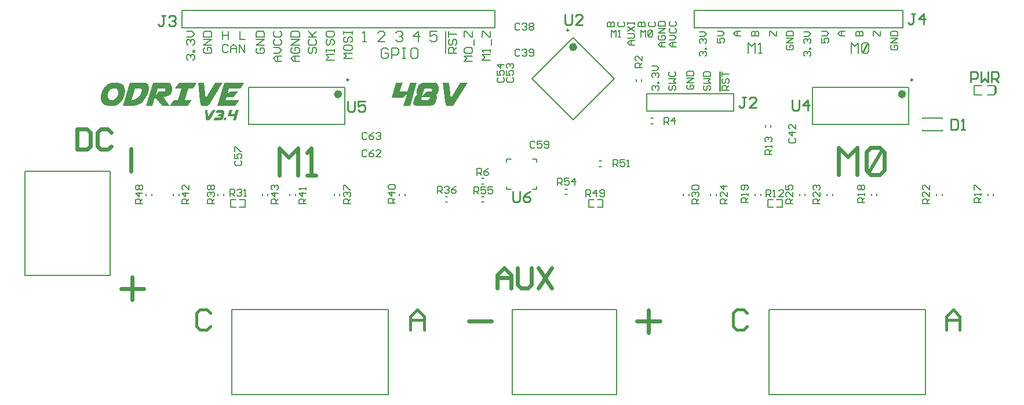
<source format=gbr>
%TF.GenerationSoftware,Altium Limited,Altium Designer,18.1.7 (191)*%
G04 Layer_Color=65535*
%FSLAX25Y25*%
%MOIN*%
%TF.FileFunction,Legend,Top*%
%TF.Part,Single*%
G01*
G75*
%TA.AperFunction,NonConductor*%
%ADD71C,0.00394*%
%ADD72C,0.00984*%
%ADD73C,0.02362*%
%ADD74C,0.00500*%
%ADD75C,0.00787*%
%ADD76C,0.01000*%
%ADD77C,0.00600*%
%ADD78C,0.01968*%
%ADD79C,0.00598*%
%ADD116C,0.00800*%
%ADD117C,0.01575*%
G36*
X82518Y143280D02*
X82428Y143160D01*
X82323Y143025D01*
X82293Y142965D01*
X82248Y142920D01*
X82233Y142890D01*
X82218Y142875D01*
X82083Y142679D01*
X81962Y142514D01*
X81902Y142454D01*
X81857Y142394D01*
X81842Y142364D01*
X81827Y142349D01*
X81677Y142168D01*
X81542Y142033D01*
X81436Y141943D01*
X81421Y141928D01*
X81406Y141913D01*
X81331Y141852D01*
X81256Y141807D01*
X81151Y141762D01*
X81076Y141732D01*
X77739D01*
X77664Y141747D01*
X77589Y141777D01*
X77468Y141868D01*
X77393Y141958D01*
X77363Y141988D01*
Y142003D01*
X77258Y142228D01*
X77168Y142439D01*
X77123Y142529D01*
X77108Y142604D01*
X77078Y142649D01*
Y142664D01*
X77002Y142965D01*
X76957Y143115D01*
X76942Y143235D01*
X76912Y143341D01*
X76897Y143431D01*
X76882Y143491D01*
Y143506D01*
X76852Y143671D01*
X76822Y143822D01*
X76807Y143942D01*
X76777Y144047D01*
X76762Y144137D01*
X76747Y144197D01*
X76732Y144242D01*
Y144257D01*
X75515Y154989D01*
X78986D01*
X79948Y146061D01*
X85494Y154989D01*
X89628D01*
X82518Y143280D01*
D02*
G37*
G36*
X74628Y154853D02*
X74553Y154703D01*
X74477Y154553D01*
X74387Y154403D01*
X74327Y154267D01*
X74267Y154162D01*
X74222Y154102D01*
X74207Y154072D01*
X73966Y153666D01*
X73846Y153471D01*
X73741Y153305D01*
X73651Y153170D01*
X73576Y153050D01*
X73531Y152990D01*
X73515Y152960D01*
X73380Y152764D01*
X73245Y152569D01*
X73125Y152419D01*
X73004Y152268D01*
X72914Y152163D01*
X72839Y152073D01*
X72794Y152013D01*
X72779Y151998D01*
X72659Y151863D01*
X72553Y151772D01*
X72463Y151697D01*
X72403Y151652D01*
X72343Y151622D01*
X72313Y151607D01*
X69908D01*
X68000Y145099D01*
X71802D01*
X71742Y144964D01*
X71667Y144813D01*
X71592Y144663D01*
X71501Y144513D01*
X71441Y144378D01*
X71381Y144272D01*
X71336Y144212D01*
X71321Y144182D01*
X71081Y143776D01*
X70960Y143581D01*
X70855Y143416D01*
X70765Y143280D01*
X70690Y143160D01*
X70645Y143100D01*
X70630Y143070D01*
X70494Y142875D01*
X70359Y142694D01*
X70239Y142529D01*
X70119Y142394D01*
X70029Y142273D01*
X69953Y142198D01*
X69908Y142138D01*
X69893Y142123D01*
X69773Y141988D01*
X69668Y141898D01*
X69578Y141823D01*
X69517Y141777D01*
X69457Y141747D01*
X69427Y141732D01*
X59447D01*
D01*
X55149D01*
X51046Y146482D01*
X50820Y146286D01*
X49498Y141732D01*
X45635Y141732D01*
X49513Y154989D01*
X58455D01*
X58696Y154974D01*
X58906Y154929D01*
X59102Y154868D01*
X59252Y154808D01*
X59387Y154733D01*
X59477Y154673D01*
X59538Y154628D01*
X59553Y154613D01*
X59703Y154463D01*
X59838Y154297D01*
X59943Y154147D01*
X60049Y153997D01*
X60109Y153861D01*
X60169Y153756D01*
X60199Y153681D01*
X60214Y153651D01*
X60304Y153441D01*
X60379Y153215D01*
X60439Y153005D01*
X60484Y152809D01*
X60514Y152644D01*
X60545Y152524D01*
X60560Y152434D01*
Y152419D01*
Y152404D01*
X60590Y152163D01*
X60620Y151938D01*
X60635Y151712D01*
Y151532D01*
X60650Y151382D01*
Y151261D01*
Y151186D01*
Y151156D01*
X60635Y150705D01*
X60575Y150284D01*
X60500Y149924D01*
X60409Y149623D01*
X60349Y149503D01*
X60304Y149383D01*
X60274Y149277D01*
X60229Y149202D01*
X60199Y149142D01*
X60169Y149097D01*
X60154Y149067D01*
Y149052D01*
X59958Y148751D01*
X59748Y148496D01*
X59538Y148270D01*
X59342Y148075D01*
X59162Y147925D01*
X59026Y147819D01*
X58921Y147759D01*
X58906Y147729D01*
X58891D01*
X58606Y147564D01*
X58305Y147414D01*
X58020Y147293D01*
X57764Y147203D01*
X57554Y147128D01*
X57463Y147098D01*
X57373Y147083D01*
X57313Y147068D01*
X57268Y147053D01*
X57238Y147038D01*
X57223D01*
X56892Y146963D01*
X56577Y146903D01*
X56291Y146858D01*
X56036Y146812D01*
X55825Y146782D01*
X55660Y146767D01*
X55600D01*
X55555Y146752D01*
X55525D01*
X59399Y141794D01*
X59402Y141807D01*
X59447Y141883D01*
X59553Y142063D01*
X59598Y142153D01*
X59643Y142228D01*
X59673Y142288D01*
X59688Y142303D01*
X59913Y142649D01*
X60018Y142815D01*
X60124Y142965D01*
X60214Y143100D01*
X60289Y143205D01*
X60334Y143265D01*
X60349Y143295D01*
X60484Y143506D01*
X60620Y143701D01*
X60755Y143882D01*
X60860Y144032D01*
X60965Y144167D01*
X61041Y144272D01*
X61086Y144333D01*
X61101Y144362D01*
X61236Y144543D01*
X61371Y144693D01*
X61492Y144813D01*
X61582Y144919D01*
X61672Y144994D01*
X61732Y145054D01*
X61762Y145084D01*
X61777Y145099D01*
X64167D01*
X66076Y151607D01*
X62303D01*
Y151637D01*
X62318Y151697D01*
X62348Y151772D01*
X62438Y151953D01*
X62498Y152028D01*
X62529Y152103D01*
X62559Y152163D01*
X62574Y152178D01*
X62784Y152524D01*
X62904Y152689D01*
X62994Y152855D01*
X63085Y152990D01*
X63160Y153095D01*
X63205Y153155D01*
X63220Y153185D01*
X63355Y153396D01*
X63506Y153591D01*
X63626Y153771D01*
X63746Y153922D01*
X63836Y154057D01*
X63926Y154162D01*
X63971Y154222D01*
X63986Y154252D01*
X64122Y154433D01*
X64257Y154583D01*
X64362Y154703D01*
X64467Y154808D01*
X64543Y154884D01*
X64603Y154944D01*
X64633Y154974D01*
X64648Y154989D01*
X74688D01*
X74628Y154853D01*
D02*
G37*
G36*
X101892D02*
X101817Y154703D01*
X101742Y154553D01*
X101652Y154403D01*
X101592Y154267D01*
X101531Y154162D01*
X101486Y154102D01*
X101471Y154072D01*
X101231Y153666D01*
X101111Y153471D01*
X101005Y153305D01*
X100915Y153170D01*
X100840Y153050D01*
X100795Y152990D01*
X100780Y152960D01*
X100645Y152764D01*
X100509Y152569D01*
X100389Y152419D01*
X100284Y152268D01*
X100194Y152163D01*
X100119Y152073D01*
X100074Y152013D01*
X100058Y151998D01*
X99938Y151863D01*
X99833Y151772D01*
X99743Y151697D01*
X99683Y151652D01*
X99623Y151622D01*
X99593Y151607D01*
X93370D01*
X92243Y147684D01*
X94152Y149984D01*
X98781D01*
X95910Y146602D01*
X91927D01*
X91476Y145099D01*
X99157D01*
X99127Y145054D01*
X99097Y144979D01*
X99067Y144919D01*
X99051Y144904D01*
Y144889D01*
X98991Y144768D01*
X98946Y144648D01*
X98901Y144573D01*
X98886Y144558D01*
Y144543D01*
X98826Y144423D01*
X98781Y144317D01*
X98751Y144257D01*
X98736Y144227D01*
X98691Y144137D01*
X98661Y144077D01*
X98631Y144062D01*
Y144047D01*
X98480Y143806D01*
X98315Y143581D01*
X98240Y143491D01*
X98195Y143416D01*
X98150Y143356D01*
X98135Y143341D01*
X97909Y143055D01*
X97819Y142935D01*
X97729Y142815D01*
X97639Y142724D01*
X97579Y142649D01*
X97548Y142604D01*
X97533Y142589D01*
X97323Y142349D01*
X97233Y142243D01*
X97158Y142153D01*
X97097Y142078D01*
X97052Y142018D01*
X97022Y141988D01*
X97007Y141973D01*
X96932Y141898D01*
X96872Y141838D01*
X96827Y141792D01*
X96797Y141762D01*
X96767Y141732D01*
X86667D01*
X90544Y154989D01*
X101952D01*
X101892Y154853D01*
D02*
G37*
G36*
X45259Y154974D02*
X45364Y154959D01*
X45469Y154944D01*
X45725Y154884D01*
X46011Y154793D01*
X46296Y154643D01*
X46431Y154553D01*
X46567Y154433D01*
X46687Y154312D01*
X46792Y154162D01*
Y154147D01*
X46822Y154132D01*
X46837Y154072D01*
X46882Y154012D01*
X46912Y153937D01*
X46957Y153831D01*
X47018Y153726D01*
X47063Y153591D01*
X47168Y153290D01*
X47243Y152930D01*
X47303Y152509D01*
X47333Y152058D01*
Y152043D01*
Y152013D01*
Y151968D01*
Y151893D01*
X47318Y151802D01*
Y151682D01*
X47303Y151562D01*
Y151427D01*
X47258Y151111D01*
X47213Y150750D01*
X47138Y150359D01*
X47033Y149939D01*
Y149924D01*
X47018Y149894D01*
X47003Y149833D01*
X46973Y149743D01*
X46942Y149653D01*
X46912Y149533D01*
X46852Y149398D01*
X46807Y149247D01*
X46672Y148917D01*
X46522Y148541D01*
X46326Y148150D01*
X46116Y147759D01*
X46101Y147744D01*
X46086Y147684D01*
X46041Y147609D01*
X45981Y147489D01*
X45905Y147353D01*
X45815Y147188D01*
X45710Y147008D01*
X45590Y146812D01*
X45334Y146377D01*
X45049Y145911D01*
X44748Y145445D01*
X44417Y144994D01*
X44402Y144979D01*
X44372Y144949D01*
X44327Y144889D01*
X44267Y144798D01*
X44192Y144708D01*
X44087Y144588D01*
X43861Y144333D01*
X43576Y144032D01*
X43260Y143716D01*
X42899Y143401D01*
X42524Y143115D01*
X42509Y143100D01*
X42478Y143085D01*
X42418Y143040D01*
X42343Y142995D01*
X42253Y142935D01*
X42133Y142875D01*
X41998Y142799D01*
X41862Y142709D01*
X41517Y142544D01*
X41141Y142364D01*
X40705Y142198D01*
X40254Y142063D01*
X40239D01*
X40194Y142048D01*
X40134Y142033D01*
X40044Y142018D01*
X39923Y141988D01*
X39788Y141958D01*
X39623Y141928D01*
X39443Y141898D01*
X39247Y141868D01*
X39037Y141838D01*
X38811Y141807D01*
X38556Y141777D01*
X38045Y141747D01*
X37473Y141732D01*
X32469D01*
X36346Y154989D01*
X45184D01*
X45259Y154974D01*
D02*
G37*
G36*
X29072D02*
X29478Y154944D01*
X29868Y154899D01*
X30229Y154823D01*
X30545Y154748D01*
X30845Y154658D01*
X31116Y154568D01*
X31371Y154478D01*
X31582Y154373D01*
X31762Y154282D01*
X31927Y154192D01*
X32063Y154117D01*
X32153Y154042D01*
X32228Y153997D01*
X32273Y153967D01*
X32288Y153952D01*
X32514Y153741D01*
X32694Y153501D01*
X32874Y153245D01*
X33010Y152975D01*
X33130Y152689D01*
X33235Y152404D01*
X33310Y152118D01*
X33385Y151848D01*
X33430Y151577D01*
X33476Y151321D01*
X33491Y151096D01*
X33521Y150901D01*
Y150735D01*
X33536Y150615D01*
Y150540D01*
Y150510D01*
Y150224D01*
X33521Y150104D01*
Y149984D01*
Y149879D01*
X33506Y149803D01*
Y149743D01*
Y149728D01*
X33491Y149428D01*
X33476Y149292D01*
Y149172D01*
X33461Y149067D01*
Y148977D01*
X33446Y148917D01*
Y148902D01*
X33355Y148361D01*
X33235Y147850D01*
X33100Y147369D01*
X33025Y147158D01*
X32965Y146963D01*
X32889Y146782D01*
X32829Y146617D01*
X32784Y146467D01*
X32739Y146346D01*
X32694Y146256D01*
X32664Y146181D01*
X32634Y146136D01*
Y146121D01*
X32408Y145655D01*
X32153Y145219D01*
X31912Y144828D01*
X31792Y144663D01*
X31672Y144498D01*
X31567Y144362D01*
X31462Y144227D01*
X31371Y144122D01*
X31296Y144032D01*
X31236Y143957D01*
X31191Y143897D01*
X31161Y143867D01*
X31146Y143851D01*
X30800Y143506D01*
X30470Y143205D01*
X30124Y142935D01*
X29823Y142709D01*
X29553Y142529D01*
X29447Y142469D01*
X29342Y142409D01*
X29267Y142364D01*
X29207Y142333D01*
X29177Y142303D01*
X29162D01*
X28741Y142108D01*
X28335Y141973D01*
X27959Y141868D01*
X27599Y141807D01*
X27448Y141777D01*
X27298Y141762D01*
X27178Y141747D01*
X27073D01*
X26983Y141732D01*
X24863D01*
X24458Y141747D01*
X24082Y141762D01*
X23721Y141792D01*
X23420Y141838D01*
X23285Y141852D01*
X23180Y141883D01*
X23075Y141898D01*
X22985Y141913D01*
X22909Y141928D01*
X22864D01*
X22834Y141943D01*
X22819D01*
X22489Y142048D01*
X22173Y142153D01*
X21902Y142288D01*
X21662Y142409D01*
X21467Y142529D01*
X21316Y142619D01*
X21226Y142679D01*
X21211Y142709D01*
X21196D01*
X20956Y142935D01*
X20730Y143160D01*
X20550Y143416D01*
X20399Y143641D01*
X20279Y143851D01*
X20189Y144017D01*
X20159Y144077D01*
X20129Y144122D01*
X20114Y144152D01*
Y144167D01*
X19979Y144543D01*
X19888Y144934D01*
X19813Y145325D01*
X19768Y145685D01*
X19753Y145865D01*
X19738Y146016D01*
Y146151D01*
X19723Y146271D01*
Y146377D01*
Y146452D01*
Y146497D01*
Y146512D01*
Y146737D01*
X19738Y146933D01*
Y147008D01*
X19753Y147068D01*
Y147113D01*
Y147128D01*
X19783Y147369D01*
Y147489D01*
X19798Y147594D01*
X19813Y147684D01*
X19828Y147744D01*
Y147789D01*
Y147804D01*
X19904Y148315D01*
X20009Y148811D01*
X20129Y149277D01*
X20189Y149488D01*
X20249Y149683D01*
X20309Y149864D01*
X20369Y150029D01*
X20429Y150164D01*
X20475Y150284D01*
X20505Y150374D01*
X20535Y150450D01*
X20565Y150495D01*
Y150510D01*
X20790Y150991D01*
X21031Y151412D01*
X21271Y151802D01*
X21391Y151983D01*
X21497Y152148D01*
X21602Y152283D01*
X21692Y152419D01*
X21782Y152524D01*
X21857Y152629D01*
X21917Y152689D01*
X21963Y152749D01*
X21978Y152779D01*
X21993Y152794D01*
X22323Y153155D01*
X22654Y153456D01*
X22970Y153741D01*
X23255Y153967D01*
X23511Y154147D01*
X23616Y154222D01*
X23706Y154282D01*
X23781Y154327D01*
X23841Y154358D01*
X23871Y154387D01*
X23886D01*
X24277Y154583D01*
X24653Y154733D01*
X25014Y154838D01*
X25329Y154914D01*
X25480Y154944D01*
X25600Y154959D01*
X25720Y154974D01*
X25810D01*
X25885Y154989D01*
X28636D01*
X29072Y154974D01*
D02*
G37*
G36*
X97305Y133465D02*
X95619D01*
X96557Y136672D01*
X95652Y135538D01*
X92680D01*
X93763Y139251D01*
X95422D01*
X94766Y137013D01*
X96656D01*
X97312Y139251D01*
X98984D01*
X97305Y133465D01*
D02*
G37*
G36*
X82585Y134140D02*
X82545Y134088D01*
X82499Y134029D01*
X82486Y134002D01*
X82466Y133983D01*
X82460Y133970D01*
X82453Y133963D01*
X82394Y133878D01*
X82342Y133806D01*
X82316Y133779D01*
X82296Y133753D01*
X82289Y133740D01*
X82283Y133733D01*
X82217Y133655D01*
X82158Y133596D01*
X82112Y133556D01*
X82106Y133550D01*
X82099Y133543D01*
X82066Y133517D01*
X82033Y133497D01*
X81988Y133478D01*
X81955Y133465D01*
X80498D01*
X80466Y133471D01*
X80433Y133484D01*
X80380Y133524D01*
X80348Y133563D01*
X80334Y133576D01*
Y133583D01*
X80288Y133681D01*
X80249Y133773D01*
X80230Y133812D01*
X80223Y133845D01*
X80210Y133865D01*
Y133871D01*
X80177Y134002D01*
X80157Y134068D01*
X80151Y134121D01*
X80138Y134167D01*
X80131Y134206D01*
X80124Y134232D01*
Y134239D01*
X80111Y134311D01*
X80098Y134376D01*
X80092Y134429D01*
X80079Y134475D01*
X80072Y134514D01*
X80066Y134540D01*
X80059Y134560D01*
Y134567D01*
X79528Y139251D01*
X81043D01*
X81463Y135354D01*
X83883Y139251D01*
X85687D01*
X82585Y134140D01*
D02*
G37*
G36*
X91454Y134993D02*
X91526Y134973D01*
X91585Y134954D01*
X91637Y134927D01*
X91677Y134895D01*
X91710Y134875D01*
X91723Y134855D01*
X91729Y134849D01*
X91768Y134790D01*
X91801Y134731D01*
X91821Y134672D01*
X91841Y134613D01*
X91847Y134567D01*
X91854Y134527D01*
Y134494D01*
Y134488D01*
X91847Y134416D01*
X91841Y134344D01*
X91821Y134278D01*
X91801Y134212D01*
X91782Y134160D01*
X91768Y134114D01*
X91755Y134088D01*
X91749Y134075D01*
X91710Y133989D01*
X91664Y133917D01*
X91618Y133852D01*
X91565Y133793D01*
X91526Y133747D01*
X91493Y133707D01*
X91467Y133688D01*
X91460Y133681D01*
X91368Y133616D01*
X91290Y133563D01*
X91257Y133550D01*
X91231Y133537D01*
X91211Y133524D01*
X91204D01*
X91106Y133491D01*
X91014Y133471D01*
X90981D01*
X90955Y133465D01*
X90929D01*
X90850Y133471D01*
X90778Y133484D01*
X90712Y133510D01*
X90660Y133537D01*
X90620Y133556D01*
X90594Y133583D01*
X90575Y133596D01*
X90568Y133602D01*
X90529Y133661D01*
X90496Y133720D01*
X90476Y133786D01*
X90456Y133845D01*
X90450Y133897D01*
X90443Y133937D01*
Y133963D01*
Y133976D01*
X90450Y134081D01*
X90456Y134121D01*
X90463Y134160D01*
Y134186D01*
X90470Y134206D01*
X90476Y134219D01*
Y134225D01*
X90522Y134337D01*
X90581Y134442D01*
X90640Y134534D01*
X90699Y134619D01*
X90752Y134678D01*
X90798Y134731D01*
X90824Y134757D01*
X90837Y134770D01*
X90935Y134849D01*
X91027Y134901D01*
X91119Y134941D01*
X91204Y134973D01*
X91270Y134986D01*
X91329Y134993D01*
X91362Y135000D01*
X91375D01*
X91454Y134993D01*
D02*
G37*
G36*
X90030Y139244D02*
X90102Y139224D01*
X90168Y139198D01*
X90227Y139165D01*
X90273Y139132D01*
X90312Y139106D01*
X90332Y139086D01*
X90338Y139080D01*
X90398Y139014D01*
X90450Y138942D01*
X90496Y138870D01*
X90535Y138804D01*
X90568Y138745D01*
X90588Y138699D01*
X90601Y138673D01*
X90607Y138660D01*
X90680Y138476D01*
X90706Y138391D01*
X90725Y138312D01*
X90745Y138240D01*
X90758Y138188D01*
X90765Y138155D01*
Y138142D01*
X90785Y138043D01*
X90798Y137945D01*
X90804Y137866D01*
X90811Y137788D01*
X90817Y137729D01*
Y137683D01*
Y137656D01*
Y137643D01*
Y137624D01*
X90811Y137466D01*
X90798Y137394D01*
X90791Y137335D01*
X90778Y137276D01*
X90765Y137237D01*
X90758Y137210D01*
Y137197D01*
X90712Y137046D01*
X90686Y136981D01*
X90660Y136922D01*
X90640Y136869D01*
X90620Y136830D01*
X90614Y136804D01*
X90607Y136797D01*
X90575Y136731D01*
X90535Y136666D01*
X90496Y136607D01*
X90463Y136561D01*
X90437Y136521D01*
X90411Y136489D01*
X90398Y136469D01*
X90391Y136462D01*
X90345Y136417D01*
X90306Y136371D01*
X90266Y136338D01*
X90227Y136312D01*
X90201Y136285D01*
X90174Y136272D01*
X90161Y136266D01*
X90155Y136259D01*
X90188Y136187D01*
X90227Y136121D01*
X90247Y136089D01*
X90260Y136069D01*
X90266Y136056D01*
X90273Y136049D01*
X90299Y136003D01*
X90325Y135944D01*
X90352Y135833D01*
X90365Y135787D01*
X90371Y135748D01*
Y135721D01*
Y135708D01*
X90365Y135590D01*
X90358Y135531D01*
X90352Y135472D01*
X90338Y135426D01*
X90332Y135387D01*
X90325Y135360D01*
Y135354D01*
X90312Y135282D01*
X90293Y135216D01*
X90279Y135157D01*
X90260Y135111D01*
X90247Y135072D01*
X90240Y135039D01*
X90227Y135019D01*
Y135013D01*
X90194Y134895D01*
X90148Y134757D01*
X90102Y134626D01*
X90056Y134514D01*
X90017Y134416D01*
X89984Y134337D01*
X89958Y134285D01*
X89945Y134245D01*
X89938Y134232D01*
X89886Y134134D01*
X89833Y134048D01*
X89781Y133976D01*
X89728Y133911D01*
X89682Y133858D01*
X89643Y133825D01*
X89617Y133799D01*
X89610Y133793D01*
X89532Y133733D01*
X89440Y133681D01*
X89354Y133642D01*
X89269Y133602D01*
X89197Y133576D01*
X89138Y133556D01*
X89099Y133550D01*
X89092Y133543D01*
X89086D01*
X88961Y133517D01*
X88823Y133497D01*
X88679Y133484D01*
X88548Y133478D01*
X88429Y133471D01*
X88384Y133465D01*
X84395D01*
X84480Y133616D01*
X84559Y133760D01*
X84631Y133897D01*
X84697Y134016D01*
X84749Y134114D01*
X84776Y134153D01*
X84795Y134186D01*
X84808Y134212D01*
X84821Y134232D01*
X84828Y134245D01*
Y134252D01*
X84907Y134389D01*
X84992Y134521D01*
X85071Y134639D01*
X85143Y134744D01*
X85202Y134829D01*
X85248Y134895D01*
X85268Y134914D01*
X85281Y134934D01*
X85294Y134941D01*
Y134947D01*
X88141D01*
X88147Y134954D01*
X88167Y134960D01*
X88180Y134967D01*
X88187Y134973D01*
X88220Y134993D01*
X88252Y135019D01*
X88279Y135032D01*
X88285Y135039D01*
X88324Y135065D01*
X88357Y135091D01*
X88377Y135111D01*
X88384Y135118D01*
X88416Y135144D01*
X88443Y135170D01*
X88456Y135183D01*
X88462Y135190D01*
Y135196D01*
X88469Y135203D01*
X88475Y135210D01*
X88495Y135236D01*
X88502Y135242D01*
X88515Y135295D01*
X88528Y135328D01*
X88534Y135360D01*
X88541Y135393D01*
Y135406D01*
X88548Y135465D01*
Y135511D01*
Y135544D01*
Y135557D01*
X86186D01*
X87531Y137033D01*
X88928D01*
X88935Y137040D01*
X88948Y137059D01*
X88954Y137073D01*
X88961Y137079D01*
X88987Y137118D01*
X89007Y137158D01*
X89020Y137184D01*
X89026Y137197D01*
X89053Y137243D01*
X89072Y137283D01*
X89086Y137309D01*
X89092Y137322D01*
X89112Y137361D01*
X89125Y137387D01*
X89138Y137407D01*
Y137414D01*
X89158Y137473D01*
X89144Y137486D01*
X89138Y137499D01*
Y137512D01*
Y137525D01*
X89112Y137571D01*
X89086Y137617D01*
X89059Y137656D01*
X89046Y137663D01*
Y137670D01*
X89026Y137702D01*
X89007Y137729D01*
X88994Y137742D01*
X88981Y137755D01*
X88967Y137768D01*
X85694D01*
X85766Y137912D01*
X85838Y138043D01*
X85904Y138175D01*
X85963Y138286D01*
X86015Y138385D01*
X86042Y138424D01*
X86061Y138457D01*
X86074Y138483D01*
X86088Y138503D01*
X86094Y138516D01*
Y138522D01*
X86179Y138660D01*
X86265Y138798D01*
X86343Y138923D01*
X86416Y139027D01*
X86481Y139119D01*
X86534Y139191D01*
X86553Y139218D01*
X86566Y139237D01*
X86580Y139244D01*
Y139251D01*
X89945D01*
X90030Y139244D01*
D02*
G37*
G36*
X197589Y141732D02*
X193726D01*
X195876Y149082D01*
X193801Y146482D01*
X186993D01*
X189473Y154989D01*
X193275D01*
X191772Y149864D01*
X196101D01*
X197604Y154989D01*
X201437D01*
X197589Y141732D01*
D02*
G37*
G36*
X223441Y143280D02*
X223350Y143160D01*
X223245Y143025D01*
X223215Y142965D01*
X223170Y142920D01*
X223155Y142890D01*
X223140Y142875D01*
X223005Y142679D01*
X222884Y142514D01*
X222824Y142454D01*
X222779Y142394D01*
X222764Y142364D01*
X222749Y142349D01*
X222599Y142168D01*
X222464Y142033D01*
X222358Y141943D01*
X222343Y141928D01*
X222328Y141913D01*
X222253Y141852D01*
X222178Y141807D01*
X222073Y141762D01*
X221998Y141732D01*
X218661D01*
X218586Y141747D01*
X218511Y141777D01*
X218390Y141868D01*
X218315Y141958D01*
X218285Y141988D01*
Y142003D01*
X218180Y142228D01*
X218090Y142439D01*
X218045Y142529D01*
X218030Y142604D01*
X218000Y142649D01*
Y142664D01*
X217925Y142965D01*
X217880Y143115D01*
X217864Y143235D01*
X217834Y143341D01*
X217819Y143431D01*
X217804Y143491D01*
Y143506D01*
X217774Y143671D01*
X217744Y143822D01*
X217729Y143942D01*
X217699Y144047D01*
X217684Y144137D01*
X217669Y144197D01*
X217654Y144242D01*
Y144257D01*
X216437Y154989D01*
X219908D01*
X220870Y146061D01*
X226416Y154989D01*
X230550D01*
X223441Y143280D01*
D02*
G37*
G36*
X212198Y154974D02*
X212364Y154929D01*
X212514Y154868D01*
X212649Y154808D01*
X212754Y154748D01*
X212844Y154688D01*
X212890Y154643D01*
X212905Y154628D01*
X213040Y154493D01*
X213160Y154342D01*
X213265Y154207D01*
X213355Y154072D01*
X213431Y153952D01*
X213476Y153861D01*
X213506Y153801D01*
X213521Y153771D01*
X213686Y153381D01*
X213746Y153200D01*
X213806Y153020D01*
X213851Y152869D01*
X213881Y152764D01*
X213896Y152689D01*
Y152659D01*
X213942Y152434D01*
X213972Y152223D01*
X214002Y152043D01*
X214017Y151877D01*
X214032Y151727D01*
Y151622D01*
Y151562D01*
Y151532D01*
Y151186D01*
Y151021D01*
X214002Y150840D01*
X213972Y150675D01*
X213942Y150525D01*
X213912Y150405D01*
X213881Y150299D01*
X213866Y150239D01*
X213851Y150209D01*
X213776Y149954D01*
X213686Y149713D01*
X213596Y149488D01*
X213506Y149307D01*
X213416Y149157D01*
X213355Y149037D01*
X213310Y148962D01*
X213295Y148932D01*
X213160Y148736D01*
X213025Y148571D01*
X212890Y148436D01*
X212769Y148315D01*
X212649Y148240D01*
X212574Y148180D01*
X212514Y148150D01*
X212499Y148135D01*
X212574Y147970D01*
X212664Y147819D01*
X212709Y147744D01*
X212739Y147699D01*
X212754Y147669D01*
X212769Y147654D01*
X212844Y147549D01*
X212890Y147414D01*
X212965Y147158D01*
X212995Y147053D01*
X213010Y146963D01*
Y146903D01*
Y146872D01*
Y146812D01*
X212995Y146587D01*
X212980Y146377D01*
X212965Y146301D01*
X212950Y146226D01*
X212935Y146181D01*
Y146166D01*
X212875Y145911D01*
X212829Y145805D01*
X212799Y145700D01*
X212769Y145625D01*
X212754Y145565D01*
X212724Y145520D01*
Y145505D01*
X212604Y145009D01*
X212499Y144693D01*
X212393Y144393D01*
X212288Y144137D01*
X212198Y143912D01*
X212123Y143731D01*
X212063Y143611D01*
X212033Y143521D01*
X212018Y143491D01*
X211898Y143265D01*
X211777Y143070D01*
X211657Y142905D01*
X211537Y142754D01*
X211432Y142634D01*
X211341Y142559D01*
X211281Y142499D01*
X211266Y142484D01*
X211086Y142349D01*
X210876Y142228D01*
X210680Y142138D01*
X210485Y142048D01*
X210319Y141988D01*
X210184Y141943D01*
X210094Y141928D01*
X210079Y141913D01*
X210064D01*
X209778Y141852D01*
X209463Y141807D01*
X209132Y141777D01*
X208831Y141762D01*
X208561Y141747D01*
X208456Y141732D01*
X201888D01*
X201617Y141747D01*
X201361Y141762D01*
X201136Y141792D01*
X200941Y141823D01*
X200760Y141852D01*
X200595Y141883D01*
X200445Y141913D01*
X200325Y141943D01*
X200219Y141973D01*
X200129Y142003D01*
X200069Y142033D01*
X200009Y142063D01*
X199979Y142078D01*
X199949Y142093D01*
X199753Y142243D01*
X199603Y142424D01*
X199513Y142619D01*
X199438Y142814D01*
X199393Y142980D01*
X199378Y143115D01*
X199363Y143175D01*
Y143220D01*
Y143235D01*
Y143250D01*
X199378Y143521D01*
X199393Y143656D01*
X199408Y143776D01*
X199423Y143882D01*
X199438Y143957D01*
X199453Y144017D01*
Y144032D01*
X199528Y144378D01*
X199558Y144543D01*
X199588Y144693D01*
X199618Y144813D01*
X199648Y144919D01*
X199663Y144979D01*
Y145009D01*
X199768Y145385D01*
X199844Y145640D01*
X199934Y145881D01*
X199964Y145986D01*
X199994Y146061D01*
X200024Y146121D01*
Y146136D01*
X200084Y146301D01*
X200144Y146452D01*
X200204Y146572D01*
X200264Y146692D01*
X200309Y146782D01*
X200355Y146843D01*
X200370Y146888D01*
X200385Y146903D01*
X200505Y147083D01*
X200625Y147233D01*
X200745Y147369D01*
X200851Y147474D01*
X200941Y147564D01*
X201001Y147624D01*
X201046Y147654D01*
X201061Y147669D01*
X201196Y147774D01*
X201301Y147864D01*
X201392Y147955D01*
X201482Y148015D01*
X201542Y148075D01*
X201587Y148120D01*
X201602Y148135D01*
X201617Y148150D01*
X201542Y148210D01*
X201467Y148300D01*
X201377Y148466D01*
X201346Y148541D01*
X201316Y148601D01*
X201301Y148646D01*
Y148661D01*
X201256Y148947D01*
X201226Y149082D01*
Y149217D01*
X201211Y149322D01*
Y149413D01*
Y149473D01*
Y149488D01*
X201226Y149909D01*
X201241Y150089D01*
X201271Y150269D01*
X201286Y150405D01*
X201301Y150525D01*
X201316Y150585D01*
Y150615D01*
X201361Y150825D01*
X201407Y151006D01*
X201452Y151171D01*
X201497Y151306D01*
X201527Y151412D01*
X201557Y151502D01*
X201587Y151547D01*
Y151562D01*
X201722Y151953D01*
X201842Y152328D01*
X201903Y152509D01*
X201963Y152659D01*
X202023Y152794D01*
X202068Y152900D01*
X202083Y152960D01*
X202098Y152990D01*
X202203Y153185D01*
X202308Y153366D01*
X202429Y153531D01*
X202549Y153681D01*
X202639Y153801D01*
X202729Y153892D01*
X202789Y153952D01*
X202804Y153967D01*
X202985Y154132D01*
X203195Y154267D01*
X203406Y154403D01*
X203601Y154508D01*
X203766Y154583D01*
X203917Y154658D01*
X204007Y154688D01*
X204022Y154703D01*
X204037D01*
X204352Y154793D01*
X204683Y154868D01*
X205014Y154914D01*
X205345Y154959D01*
X205615Y154974D01*
X205735D01*
X205840Y154989D01*
X212003D01*
X212198Y154974D01*
D02*
G37*
%LPC*%
G36*
X56441Y151637D02*
X52368D01*
X51241Y147729D01*
X53000Y149954D01*
X56201D01*
X56306Y149969D01*
X56396Y149999D01*
X56472Y150059D01*
X56532Y150119D01*
X56562Y150179D01*
X56592Y150239D01*
X56622Y150269D01*
Y150284D01*
X56697Y150525D01*
X56712Y150630D01*
X56727Y150720D01*
X56742Y150780D01*
Y150840D01*
Y150871D01*
Y150886D01*
Y151156D01*
Y151306D01*
X56727Y151412D01*
X56712Y151472D01*
X56697Y151502D01*
X56667Y151547D01*
X56637Y151577D01*
X56532Y151622D01*
X56441Y151637D01*
D02*
G37*
G36*
X42478Y151607D02*
X39247D01*
X37353Y145099D01*
X37969D01*
X38060Y145114D01*
X38195Y145129D01*
X38345Y145159D01*
X38541Y145204D01*
X38751Y145264D01*
X38976Y145354D01*
X38992D01*
X39007Y145370D01*
X39082Y145400D01*
X39217Y145460D01*
X39382Y145550D01*
X39578Y145640D01*
X39788Y145760D01*
X40014Y145896D01*
X40254Y146046D01*
X40269D01*
X40284Y146061D01*
X40359Y146121D01*
X40495Y146211D01*
X40645Y146332D01*
X40825Y146467D01*
X41036Y146632D01*
X41246Y146812D01*
X41456Y147008D01*
X41486Y147038D01*
X41547Y147098D01*
X41652Y147203D01*
X41772Y147353D01*
X41907Y147519D01*
X42043Y147699D01*
X42178Y147895D01*
X42283Y148105D01*
Y148120D01*
X42298Y148135D01*
X42313Y148180D01*
X42343Y148240D01*
X42418Y148375D01*
X42524Y148556D01*
Y148571D01*
X42554Y148601D01*
X42584Y148661D01*
X42614Y148721D01*
X42689Y148902D01*
X42779Y149127D01*
Y149142D01*
X42794Y149202D01*
X42824Y149277D01*
X42854Y149382D01*
X42899Y149503D01*
X42944Y149623D01*
X43035Y149909D01*
Y149924D01*
X43065Y149969D01*
X43080Y150044D01*
X43110Y150134D01*
X43140Y150239D01*
X43155Y150359D01*
X43185Y150615D01*
Y150630D01*
Y150690D01*
X43170Y150765D01*
Y150856D01*
X43110Y151096D01*
X43080Y151216D01*
X43020Y151321D01*
Y151336D01*
X42990Y151366D01*
X42944Y151412D01*
X42884Y151472D01*
X42809Y151517D01*
X42719Y151562D01*
X42614Y151592D01*
X42478Y151607D01*
D02*
G37*
G36*
X28155D02*
X26441D01*
X26321Y151592D01*
X26216Y151577D01*
X25991Y151502D01*
X25900Y151457D01*
X25825Y151427D01*
X25780Y151412D01*
X25765Y151397D01*
X25495Y151216D01*
X25359Y151126D01*
X25254Y151036D01*
X25149Y150946D01*
X25074Y150885D01*
X25029Y150840D01*
X25014Y150825D01*
X24758Y150555D01*
X24638Y150420D01*
X24548Y150299D01*
X24458Y150194D01*
X24397Y150119D01*
X24352Y150059D01*
X24337Y150044D01*
X24142Y149728D01*
X24052Y149578D01*
X23992Y149458D01*
X23932Y149337D01*
X23886Y149262D01*
X23871Y149202D01*
X23856Y149187D01*
X23781Y148977D01*
X23721Y148796D01*
X23706Y148721D01*
X23691Y148661D01*
X23676Y148631D01*
Y148616D01*
X23631Y148436D01*
X23601Y148285D01*
Y148225D01*
X23586Y148180D01*
Y148165D01*
Y148150D01*
X23571Y148120D01*
X23556Y148060D01*
Y148015D01*
Y147985D01*
Y147835D01*
X23571Y147504D01*
X23601Y147338D01*
X23631Y147188D01*
X23646Y147068D01*
X23676Y146978D01*
X23691Y146918D01*
Y146888D01*
X23811Y146542D01*
X23871Y146392D01*
X23932Y146271D01*
X23992Y146151D01*
X24037Y146076D01*
X24067Y146016D01*
X24082Y146001D01*
X24187Y145865D01*
X24277Y145730D01*
X24367Y145625D01*
X24458Y145535D01*
X24533Y145460D01*
X24593Y145400D01*
X24623Y145370D01*
X24638Y145354D01*
X24758Y145264D01*
X24878Y145204D01*
X24999Y145159D01*
X25104Y145129D01*
X25194Y145114D01*
X25269Y145099D01*
X26637D01*
X26712Y145114D01*
X26802Y145129D01*
X26998Y145204D01*
X27073Y145249D01*
X27148Y145279D01*
X27193Y145294D01*
X27208Y145309D01*
X27494Y145490D01*
X27614Y145595D01*
X27734Y145685D01*
X27824Y145760D01*
X27914Y145820D01*
X27959Y145865D01*
X27975Y145881D01*
X28260Y146151D01*
X28395Y146286D01*
X28516Y146407D01*
X28606Y146512D01*
X28681Y146587D01*
X28726Y146647D01*
X28741Y146662D01*
X28876Y146827D01*
X28982Y146978D01*
X29072Y147128D01*
X29147Y147263D01*
X29207Y147369D01*
X29252Y147459D01*
X29282Y147519D01*
Y147534D01*
X29387Y147759D01*
X29463Y147925D01*
X29478Y147985D01*
X29493Y148030D01*
X29508Y148060D01*
Y148075D01*
X29583Y148330D01*
X29598Y148421D01*
X29613Y148481D01*
X29628Y148511D01*
X29643Y148541D01*
Y148556D01*
Y148706D01*
Y148826D01*
Y148932D01*
Y148947D01*
Y148962D01*
X29658Y149127D01*
Y149277D01*
Y149322D01*
Y149367D01*
Y149398D01*
Y149413D01*
X29643Y149698D01*
Y149833D01*
X29628Y149954D01*
X29613Y150059D01*
Y150134D01*
X29598Y150194D01*
Y150209D01*
X29538Y150495D01*
X29493Y150615D01*
X29463Y150720D01*
X29417Y150795D01*
X29387Y150856D01*
X29372Y150901D01*
X29357Y150916D01*
X29207Y151126D01*
X29057Y151276D01*
X28982Y151336D01*
X28921Y151382D01*
X28891Y151397D01*
X28876Y151412D01*
X28756Y151472D01*
X28621Y151532D01*
X28350Y151577D01*
X28245Y151592D01*
X28155Y151607D01*
D02*
G37*
G36*
X209793Y151592D02*
X206291D01*
X206186Y151562D01*
X206066Y151517D01*
X205961Y151472D01*
X205931Y151442D01*
X205916D01*
X205765Y151321D01*
X205660Y151186D01*
X205615Y151126D01*
X205585Y151081D01*
X205570Y151051D01*
Y151036D01*
X204443Y147128D01*
X207118Y150029D01*
X209748D01*
X209763Y150044D01*
X209793Y150074D01*
X209869Y150179D01*
X209929Y150284D01*
X209959Y150314D01*
Y150329D01*
X210064Y150525D01*
X210124Y150675D01*
X210154Y150750D01*
X210169Y150780D01*
Y151036D01*
X210124Y151141D01*
X210049Y151246D01*
X210004Y151321D01*
X209974Y151336D01*
Y151351D01*
X209929Y151427D01*
X209883Y151472D01*
X209823Y151547D01*
X209793Y151592D01*
D02*
G37*
G36*
X208952Y146812D02*
X204322D01*
X204037Y145881D01*
X204067Y145835D01*
Y145805D01*
X204052Y145790D01*
X204037Y145775D01*
Y145760D01*
X204022Y145685D01*
X204067Y145580D01*
X204127Y145460D01*
X204187Y145370D01*
X204202Y145354D01*
Y145340D01*
X204247Y145264D01*
X204292Y145219D01*
X204352Y145159D01*
X204382Y145129D01*
X207900D01*
X207945Y145159D01*
X207990Y145189D01*
X208050Y145219D01*
X208065Y145234D01*
X208170Y145309D01*
X208275Y145385D01*
X208350Y145445D01*
X208366Y145460D01*
X208381D01*
X208501Y145565D01*
X208576Y145625D01*
X208606Y145670D01*
X208621Y145685D01*
Y145700D01*
X208636Y145715D01*
X208651Y145730D01*
X208681Y145760D01*
X208696Y145790D01*
Y145805D01*
X208741Y145926D01*
X208771Y145971D01*
X208786Y146016D01*
X208831Y146151D01*
X208846Y146211D01*
X208861Y146271D01*
X208876Y146301D01*
Y146316D01*
X208922Y146527D01*
X208937Y146677D01*
X208952Y146737D01*
Y146782D01*
Y146797D01*
Y146812D01*
D02*
G37*
%LPD*%
D71*
X490945Y134252D02*
G03*
X490945Y134252I-197J0D01*
G01*
X251772Y111024D02*
G03*
X251772Y111024I-197J0D01*
G01*
D72*
X288768Y185319D02*
G03*
X288768Y185319I-492J0D01*
G01*
X486516Y156693D02*
G03*
X486516Y156693I-492J0D01*
G01*
X162106D02*
G03*
X162106Y156693I-492J0D01*
G01*
D73*
X292520Y175576D02*
G03*
X292520Y175576I-1181J0D01*
G01*
X481693Y148425D02*
G03*
X481693Y148425I-1181J0D01*
G01*
X157283D02*
G03*
X157283Y148425I-1181J0D01*
G01*
X444095Y101969D02*
Y117711D01*
X449342Y112464D01*
X454590Y117711D01*
Y101969D01*
X459837Y115088D02*
X462461Y117711D01*
X467709D01*
X470333Y115088D01*
Y104592D01*
X467709Y101969D01*
X462461D01*
X459837Y104592D01*
Y115088D01*
X122441Y101575D02*
Y117318D01*
X127689Y112070D01*
X132936Y117318D01*
Y101575D01*
X138184D02*
X143431D01*
X140808D01*
Y117318D01*
X138184Y114694D01*
X334649Y11024D02*
Y24143D01*
X328089Y17583D02*
X341208D01*
X244488Y17720D02*
X231369D01*
X37011Y103937D02*
Y117056D01*
X37799Y29921D02*
Y43040D01*
X31239Y36481D02*
X44358D01*
X247638Y36614D02*
Y44486D01*
X251573Y48421D01*
X255509Y44486D01*
Y36614D01*
Y42518D01*
X247638D01*
X259445Y48421D02*
Y38582D01*
X261413Y36614D01*
X265349D01*
X267317Y38582D01*
Y48421D01*
X271252D02*
X279124Y36614D01*
Y48421D02*
X271252Y36614D01*
X5906Y128343D02*
Y116535D01*
X11809D01*
X13777Y118503D01*
Y126375D01*
X11809Y128343D01*
X5906D01*
X25584Y126375D02*
X23616Y128343D01*
X19681D01*
X17713Y126375D01*
Y118503D01*
X19681Y116535D01*
X23616D01*
X25584Y118503D01*
D74*
X327534Y155699D02*
Y156899D01*
X330734Y155699D02*
Y156899D01*
X336014Y131471D02*
X337214D01*
X336014Y134671D02*
X337214D01*
X217904Y89395D02*
X219104D01*
X217904Y86195D02*
X219104D01*
X238770Y100025D02*
X239970D01*
X238770Y96825D02*
X239970D01*
X238770Y89395D02*
X239970D01*
X238770Y86195D02*
X239970D01*
X286801Y93726D02*
X288001D01*
X286801Y90526D02*
X288001D01*
X306487Y109868D02*
X307687D01*
X306487Y106668D02*
X307687D01*
X48844Y89951D02*
Y91151D01*
X45644Y89951D02*
Y91151D01*
X64592Y89951D02*
Y91151D01*
X61392Y89951D02*
Y91151D01*
X90183Y89951D02*
Y91151D01*
X86983Y89951D02*
Y91151D01*
X115773Y89951D02*
Y91151D01*
X112573Y89951D02*
Y91151D01*
X131521Y89951D02*
Y91151D01*
X128321Y89951D02*
Y91151D01*
X157112Y89951D02*
Y91151D01*
X153912Y89951D02*
Y91151D01*
X194513Y89951D02*
Y91151D01*
X191313Y89951D02*
Y91151D01*
X401943Y129321D02*
Y130521D01*
X405143Y129321D02*
Y130521D01*
X357899Y89951D02*
Y91151D01*
X354699Y89951D02*
Y91151D01*
X370447Y89951D02*
Y91151D01*
X373647Y89951D02*
Y91151D01*
X500368Y89951D02*
Y91151D01*
X503568Y89951D02*
Y91151D01*
X462967Y89951D02*
Y91151D01*
X466167Y89951D02*
Y91151D01*
X529896Y89951D02*
Y91151D01*
X533096Y89951D02*
Y91151D01*
X437376Y89951D02*
Y91151D01*
X440576Y89951D02*
Y91151D01*
X396038Y89951D02*
Y91151D01*
X399238Y89951D02*
Y91151D01*
X424828Y89951D02*
Y91151D01*
X421628Y89951D02*
Y91151D01*
X403346Y83268D02*
X406496D01*
X403346D02*
Y87598D01*
X406496D01*
X408465Y83268D02*
X411614D01*
Y87598D01*
X408465D02*
X411614D01*
X99410D02*
X102559D01*
X94291D02*
X97441D01*
X94291Y83268D02*
Y87598D01*
Y83268D02*
X97441D01*
X99410D02*
X102559D01*
Y87598D01*
X300197Y83268D02*
X303346D01*
X305315D02*
X308465D01*
Y87598D01*
X305315D02*
X308465D01*
X300197D02*
X303346D01*
X300197Y83268D02*
Y87598D01*
X533268Y153445D02*
X534055Y152657D01*
Y148917D02*
Y152657D01*
X533858Y152854D02*
X534547Y152165D01*
X533957Y148819D02*
X534547Y149409D01*
X533268Y148130D02*
X534055Y148917D01*
X529724Y148130D02*
X533268D01*
X529724Y153445D02*
X533268D01*
X521850Y148130D02*
Y153445D01*
Y148130D02*
X526181D01*
X521850Y153445D02*
X526181D01*
X534547Y149409D02*
Y152165D01*
D75*
X503740Y127362D02*
Y127953D01*
X492323Y127362D02*
Y127953D01*
X503740Y134252D02*
Y134843D01*
X492323Y134252D02*
Y134843D01*
Y127362D02*
X503740D01*
X492323Y134843D02*
X503740D01*
X267894Y111023D02*
X270472D01*
Y109252D02*
Y111023D01*
Y93701D02*
Y95473D01*
X267894Y93701D02*
X270472D01*
X253150Y111023D02*
X255728D01*
X253150Y109252D02*
Y111023D01*
Y93701D02*
X255728D01*
X253150D02*
Y95473D01*
X291339Y133817D02*
X315002Y157480D01*
X267676D02*
X291339Y133817D01*
X291339Y181143D02*
X315002Y157480D01*
X267676D02*
X291339Y181143D01*
X333583Y138701D02*
Y148701D01*
X383583D01*
X333583Y138701D02*
X383583D01*
Y148701D01*
X428937Y131102D02*
Y152362D01*
X484449Y131102D02*
Y152362D01*
X428937Y131102D02*
X484449D01*
X428937Y152362D02*
X484449D01*
X104527Y131102D02*
Y152362D01*
X160039Y131102D02*
Y152362D01*
X104527Y131102D02*
X160039D01*
X104527Y152362D02*
X160039D01*
X73760Y196732D02*
X246260D01*
Y186732D02*
Y196732D01*
X66260Y186732D02*
X246260D01*
X66260D02*
Y196732D01*
X73760D01*
X481142Y186732D02*
Y196732D01*
X361142Y186732D02*
X481142D01*
X361142D02*
Y196732D01*
X368642D01*
X481142D01*
X403898Y-24701D02*
Y24299D01*
Y-24701D02*
X493898D01*
Y24299D01*
X403898D02*
X493898D01*
X94842Y-24701D02*
Y24299D01*
Y-24701D02*
X184843D01*
Y24299D01*
X94842D02*
X184843D01*
X25087Y43976D02*
Y103976D01*
X-23913Y43976D02*
X25087D01*
X-23913D02*
Y103976D01*
X25087D01*
X256260Y24299D02*
X316260D01*
Y-24701D02*
Y24299D01*
X256260Y-24701D02*
X316260D01*
X256260D02*
Y24299D01*
D76*
X457874Y172835D02*
X460459Y177265D01*
X375590Y150394D02*
Y161417D01*
X520079Y155512D02*
Y161510D01*
X523078D01*
X524078Y160510D01*
Y158511D01*
X523078Y157511D01*
X520079D01*
X526077Y161510D02*
Y155512D01*
X528076Y157511D01*
X530076Y155512D01*
Y161510D01*
X532075Y155512D02*
Y161510D01*
X535074D01*
X536074Y160510D01*
Y158511D01*
X535074Y157511D01*
X532075D01*
X534074D02*
X536074Y155512D01*
X286614Y194187D02*
Y189189D01*
X287614Y188189D01*
X289613D01*
X290613Y189189D01*
Y194187D01*
X296611Y188189D02*
X292612D01*
X296611Y192188D01*
Y193187D01*
X295611Y194187D01*
X293612D01*
X292612Y193187D01*
X256693Y92219D02*
Y87220D01*
X257693Y86221D01*
X259692D01*
X260692Y87220D01*
Y92219D01*
X266690D02*
X264690Y91219D01*
X262691Y89219D01*
Y87220D01*
X263691Y86221D01*
X265690D01*
X266690Y87220D01*
Y88220D01*
X265690Y89219D01*
X262691D01*
X417323Y144974D02*
Y139976D01*
X418323Y138976D01*
X420322D01*
X421321Y139976D01*
Y144974D01*
X426320Y138976D02*
Y144974D01*
X423321Y141975D01*
X427320D01*
X390613Y146549D02*
X388614D01*
X389613D01*
Y141551D01*
X388614Y140551D01*
X387614D01*
X386614Y141551D01*
X396611Y140551D02*
X392612D01*
X396611Y144550D01*
Y145550D01*
X395611Y146549D01*
X393612D01*
X392612Y145550D01*
X508661Y133951D02*
Y127953D01*
X511660D01*
X512660Y128952D01*
Y132951D01*
X511660Y133951D01*
X508661D01*
X514660Y127953D02*
X516659D01*
X515659D01*
Y133951D01*
X514660Y132951D01*
X161811Y144187D02*
Y139189D01*
X162811Y138189D01*
X164810D01*
X165810Y139189D01*
Y144187D01*
X171808D02*
X167809D01*
Y141188D01*
X169808Y142188D01*
X170808D01*
X171808Y141188D01*
Y139189D01*
X170808Y138189D01*
X168809D01*
X167809Y139189D01*
X56755Y193793D02*
X54755D01*
X55755D01*
Y188795D01*
X54755Y187795D01*
X53756D01*
X52756Y188795D01*
X58754Y192794D02*
X59754Y193793D01*
X61753D01*
X62753Y192794D01*
Y191794D01*
X61753Y190794D01*
X60753D01*
X61753D01*
X62753Y189795D01*
Y188795D01*
X61753Y187795D01*
X59754D01*
X58754Y188795D01*
X487857Y194581D02*
X485858D01*
X486857D01*
Y189582D01*
X485858Y188583D01*
X484858D01*
X483858Y189582D01*
X492855Y188583D02*
Y194581D01*
X489856Y191582D01*
X493855D01*
D77*
X334646Y181890D02*
X336614Y185039D01*
X313386Y181496D02*
Y185495D01*
X314719Y184162D01*
X316052Y185495D01*
Y181496D01*
X317385D02*
X318717D01*
X318051D01*
Y185495D01*
X317385Y184828D01*
X330315Y181496D02*
Y185495D01*
X331648Y184162D01*
X332981Y185495D01*
Y181496D01*
X334314Y184828D02*
X334980Y185495D01*
X336313D01*
X336980Y184828D01*
Y182162D01*
X336313Y181496D01*
X334980D01*
X334314Y182162D01*
Y184828D01*
X350787Y175591D02*
X348122D01*
X346789Y176924D01*
X348122Y178256D01*
X350787D01*
X348788D01*
Y175591D01*
X346789Y179589D02*
X349454D01*
X350787Y180922D01*
X349454Y182255D01*
X346789D01*
X347455Y186254D02*
X346789Y185587D01*
Y184254D01*
X347455Y183588D01*
X350121D01*
X350787Y184254D01*
Y185587D01*
X350121Y186254D01*
X347455Y190252D02*
X346789Y189586D01*
Y188253D01*
X347455Y187587D01*
X350121D01*
X350787Y188253D01*
Y189586D01*
X350121Y190252D01*
X344488Y175591D02*
X341822D01*
X340490Y176924D01*
X341822Y178256D01*
X344488D01*
X342489D01*
Y175591D01*
X341156Y182255D02*
X340490Y181589D01*
Y180256D01*
X341156Y179589D01*
X343822D01*
X344488Y180256D01*
Y181589D01*
X343822Y182255D01*
X342489D01*
Y180922D01*
X344488Y183588D02*
X340490D01*
X344488Y186254D01*
X340490D01*
Y187587D02*
X344488D01*
Y189586D01*
X343822Y190252D01*
X341156D01*
X340490Y189586D01*
Y187587D01*
X335250Y190067D02*
X334584Y189401D01*
Y188068D01*
X335250Y187402D01*
X337916D01*
X338583Y188068D01*
Y189401D01*
X337916Y190067D01*
X328678Y187402D02*
X332677D01*
Y189401D01*
X332011Y190067D01*
X331344D01*
X330678Y189401D01*
Y187402D01*
Y189401D01*
X330011Y190067D01*
X329345D01*
X328678Y189401D01*
Y187402D01*
X326772Y176772D02*
X324106D01*
X322773Y178104D01*
X324106Y179437D01*
X326772D01*
X324772D01*
Y176772D01*
X322773Y180770D02*
X326105D01*
X326772Y181437D01*
Y182770D01*
X326105Y183436D01*
X322773D01*
Y184769D02*
X326772Y187435D01*
X322773D02*
X326772Y184769D01*
X322773Y188768D02*
Y190101D01*
Y189434D01*
X326772D01*
Y188768D01*
Y190101D01*
X317534Y190067D02*
X316867Y189401D01*
Y188068D01*
X317534Y187402D01*
X320200D01*
X320866Y188068D01*
Y189401D01*
X320200Y190067D01*
X310962Y187402D02*
X314961D01*
Y189401D01*
X314294Y190067D01*
X313628D01*
X312961Y189401D01*
Y187402D01*
Y189401D01*
X312295Y190067D01*
X311628D01*
X310962Y189401D01*
Y187402D01*
X337219Y150787D02*
X336553Y151454D01*
Y152787D01*
X337219Y153453D01*
X337885D01*
X338552Y152787D01*
Y152120D01*
Y152787D01*
X339218Y153453D01*
X339885D01*
X340551Y152787D01*
Y151454D01*
X339885Y150787D01*
X340551Y154786D02*
X339885D01*
Y155453D01*
X340551D01*
Y154786D01*
X337219Y158118D02*
X336553Y158785D01*
Y160118D01*
X337219Y160784D01*
X337885D01*
X338552Y160118D01*
Y159451D01*
Y160118D01*
X339218Y160784D01*
X339885D01*
X340551Y160118D01*
Y158785D01*
X339885Y158118D01*
X336553Y162117D02*
X339218D01*
X340551Y163450D01*
X339218Y164783D01*
X336553D01*
X474620Y176681D02*
X473954Y176015D01*
Y174682D01*
X474620Y174016D01*
X477286D01*
X477953Y174682D01*
Y176015D01*
X477286Y176681D01*
X475953D01*
Y175349D01*
X477953Y178015D02*
X473954D01*
X477953Y180680D01*
X473954D01*
Y182013D02*
X477953D01*
Y184012D01*
X477286Y184679D01*
X474620D01*
X473954Y184012D01*
Y182013D01*
X447638Y181890D02*
X444972D01*
X443639Y183223D01*
X444972Y184556D01*
X447638D01*
X445639D01*
Y181890D01*
X453875D02*
X457874D01*
Y183889D01*
X457208Y184556D01*
X456541D01*
X455875Y183889D01*
Y181890D01*
Y183889D01*
X455208Y184556D01*
X454542D01*
X453875Y183889D01*
Y181890D01*
X464112D02*
Y184556D01*
X464778D01*
X467444Y181890D01*
X468110D01*
Y184556D01*
X404269Y181890D02*
Y184556D01*
X404936D01*
X407601Y181890D01*
X408268D01*
Y184556D01*
X394033Y181890D02*
X398031D01*
Y183889D01*
X397365Y184556D01*
X396699D01*
X396032Y183889D01*
Y181890D01*
Y183889D01*
X395366Y184556D01*
X394699D01*
X394033Y183889D01*
Y181890D01*
X387795D02*
X385129D01*
X383797Y183223D01*
X385129Y184556D01*
X387795D01*
X385796D01*
Y181890D01*
X381102Y150787D02*
X377104D01*
Y152787D01*
X377770Y153453D01*
X379103D01*
X379769Y152787D01*
Y150787D01*
Y152120D02*
X381102Y153453D01*
X377770Y157452D02*
X377104Y156786D01*
Y155453D01*
X377770Y154786D01*
X378437D01*
X379103Y155453D01*
Y156786D01*
X379769Y157452D01*
X380436D01*
X381102Y156786D01*
Y155453D01*
X380436Y154786D01*
X377104Y158785D02*
Y161451D01*
Y160118D01*
X381102D01*
X367140Y153453D02*
X366474Y152787D01*
Y151454D01*
X367140Y150787D01*
X367807D01*
X368473Y151454D01*
Y152787D01*
X369140Y153453D01*
X369806D01*
X370472Y152787D01*
Y151454D01*
X369806Y150787D01*
X366474Y154786D02*
X370472D01*
X369140Y156119D01*
X370472Y157452D01*
X366474D01*
Y158785D02*
X370472D01*
Y160784D01*
X369806Y161451D01*
X367140D01*
X366474Y160784D01*
Y158785D01*
X347061Y153453D02*
X346395Y152787D01*
Y151454D01*
X347061Y150787D01*
X347728D01*
X348394Y151454D01*
Y152787D01*
X349061Y153453D01*
X349727D01*
X350394Y152787D01*
Y151454D01*
X349727Y150787D01*
X346395Y154786D02*
X350394D01*
X349061Y156119D01*
X350394Y157452D01*
X346395D01*
X347061Y161451D02*
X346395Y160784D01*
Y159451D01*
X347061Y158785D01*
X349727D01*
X350394Y159451D01*
Y160784D01*
X349727Y161451D01*
X357298Y153847D02*
X356631Y153180D01*
Y151848D01*
X357298Y151181D01*
X359963D01*
X360630Y151848D01*
Y153180D01*
X359963Y153847D01*
X358631D01*
Y152514D01*
X360630Y155180D02*
X356631D01*
X360630Y157846D01*
X356631D01*
Y159178D02*
X360630D01*
Y161178D01*
X359963Y161844D01*
X357298D01*
X356631Y161178D01*
Y159178D01*
X414778Y176681D02*
X414112Y176015D01*
Y174682D01*
X414778Y174016D01*
X417444D01*
X418110Y174682D01*
Y176015D01*
X417444Y176681D01*
X416111D01*
Y175349D01*
X418110Y178015D02*
X414112D01*
X418110Y180680D01*
X414112D01*
Y182013D02*
X418110D01*
Y184012D01*
X417444Y184679D01*
X414778D01*
X414112Y184012D01*
Y182013D01*
X374348Y180619D02*
Y177953D01*
X376347D01*
X375681Y179286D01*
Y179952D01*
X376347Y180619D01*
X377680D01*
X378346Y179952D01*
Y178619D01*
X377680Y177953D01*
X374348Y181951D02*
X377014D01*
X378346Y183284D01*
X377014Y184617D01*
X374348D01*
X434190Y180619D02*
Y177953D01*
X436190D01*
X435523Y179286D01*
Y179952D01*
X436190Y180619D01*
X437523D01*
X438189Y179952D01*
Y178619D01*
X437523Y177953D01*
X434190Y181951D02*
X436856D01*
X438189Y183284D01*
X436856Y184617D01*
X434190D01*
X364778Y170472D02*
X364111Y171139D01*
Y172472D01*
X364778Y173138D01*
X365444D01*
X366111Y172472D01*
Y171805D01*
Y172472D01*
X366777Y173138D01*
X367444D01*
X368110Y172472D01*
Y171139D01*
X367444Y170472D01*
X368110Y174471D02*
X367444D01*
Y175138D01*
X368110D01*
Y174471D01*
X364778Y177803D02*
X364111Y178470D01*
Y179803D01*
X364778Y180469D01*
X365444D01*
X366111Y179803D01*
Y179136D01*
Y179803D01*
X366777Y180469D01*
X367444D01*
X368110Y179803D01*
Y178470D01*
X367444Y177803D01*
X364111Y181802D02*
X366777D01*
X368110Y183135D01*
X366777Y184468D01*
X364111D01*
X424620Y170472D02*
X423954Y171139D01*
Y172472D01*
X424620Y173138D01*
X425287D01*
X425953Y172472D01*
Y171805D01*
Y172472D01*
X426620Y173138D01*
X427286D01*
X427953Y172472D01*
Y171139D01*
X427286Y170472D01*
X427953Y174471D02*
X427286D01*
Y175138D01*
X427953D01*
Y174471D01*
X424620Y177803D02*
X423954Y178470D01*
Y179803D01*
X424620Y180469D01*
X425287D01*
X425953Y179803D01*
Y179136D01*
Y179803D01*
X426620Y180469D01*
X427286D01*
X427953Y179803D01*
Y178470D01*
X427286Y177803D01*
X423954Y181802D02*
X426620D01*
X427953Y183135D01*
X426620Y184468D01*
X423954D01*
X234252Y90945D02*
Y94944D01*
X236251D01*
X236918Y94277D01*
Y92944D01*
X236251Y92278D01*
X234252D01*
X235585D02*
X236918Y90945D01*
X240916Y94944D02*
X238251D01*
Y92944D01*
X239584Y93611D01*
X240250D01*
X240916Y92944D01*
Y91611D01*
X240250Y90945D01*
X238917D01*
X238251Y91611D01*
X244915Y94944D02*
X242249D01*
Y92944D01*
X243582Y93611D01*
X244249D01*
X244915Y92944D01*
Y91611D01*
X244249Y90945D01*
X242916D01*
X242249Y91611D01*
X282283Y96063D02*
Y100062D01*
X284283D01*
X284949Y99395D01*
Y98062D01*
X284283Y97396D01*
X282283D01*
X283616D02*
X284949Y96063D01*
X288948Y100062D02*
X286282D01*
Y98062D01*
X287615Y98729D01*
X288281D01*
X288948Y98062D01*
Y96729D01*
X288281Y96063D01*
X286949D01*
X286282Y96729D01*
X292280Y96063D02*
Y100062D01*
X290281Y98062D01*
X292947D01*
X314173Y106693D02*
Y110692D01*
X316173D01*
X316839Y110025D01*
Y108692D01*
X316173Y108026D01*
X314173D01*
X315506D02*
X316839Y106693D01*
X320838Y110692D02*
X318172D01*
Y108692D01*
X319505Y109359D01*
X320171D01*
X320838Y108692D01*
Y107359D01*
X320171Y106693D01*
X318838D01*
X318172Y107359D01*
X322171Y106693D02*
X323503D01*
X322837D01*
Y110692D01*
X322171Y110025D01*
X363779Y85433D02*
X359781D01*
Y87432D01*
X360447Y88099D01*
X361780D01*
X362447Y87432D01*
Y85433D01*
Y86766D02*
X363779Y88099D01*
X360447Y89432D02*
X359781Y90098D01*
Y91431D01*
X360447Y92098D01*
X361114D01*
X361780Y91431D01*
Y90765D01*
Y91431D01*
X362447Y92098D01*
X363113D01*
X363779Y91431D01*
Y90098D01*
X363113Y89432D01*
X360447Y93431D02*
X359781Y94097D01*
Y95430D01*
X360447Y96096D01*
X363113D01*
X363779Y95430D01*
Y94097D01*
X363113Y93431D01*
X360447D01*
X417669Y85432D02*
X413671D01*
Y87432D01*
X414337Y88098D01*
X415670D01*
X416336Y87432D01*
Y85432D01*
Y86765D02*
X417669Y88098D01*
Y92097D02*
Y89431D01*
X415003Y92097D01*
X414337D01*
X413671Y91430D01*
Y90097D01*
X414337Y89431D01*
X413671Y96096D02*
Y93430D01*
X415670D01*
X415003Y94763D01*
Y95429D01*
X415670Y96096D01*
X417003D01*
X417669Y95429D01*
Y94096D01*
X417003Y93430D01*
X379921Y85433D02*
X375923D01*
Y87432D01*
X376589Y88099D01*
X377922D01*
X378588Y87432D01*
Y85433D01*
Y86766D02*
X379921Y88099D01*
Y92098D02*
Y89432D01*
X377256Y92098D01*
X376589D01*
X375923Y91431D01*
Y90098D01*
X376589Y89432D01*
X379921Y95430D02*
X375923D01*
X377922Y93431D01*
Y96096D01*
X433469Y85432D02*
X429471D01*
Y87432D01*
X430137Y88098D01*
X431470D01*
X432136Y87432D01*
Y85432D01*
Y86765D02*
X433469Y88098D01*
Y92097D02*
Y89431D01*
X430803Y92097D01*
X430137D01*
X429471Y91430D01*
Y90097D01*
X430137Y89431D01*
Y93430D02*
X429471Y94096D01*
Y95429D01*
X430137Y96096D01*
X430803D01*
X431470Y95429D01*
Y94763D01*
Y95429D01*
X432136Y96096D01*
X432803D01*
X433469Y95429D01*
Y94096D01*
X432803Y93430D01*
X496369Y85432D02*
X492371D01*
Y87432D01*
X493037Y88098D01*
X494370D01*
X495036Y87432D01*
Y85432D01*
Y86765D02*
X496369Y88098D01*
Y92097D02*
Y89431D01*
X493704Y92097D01*
X493037D01*
X492371Y91430D01*
Y90097D01*
X493037Y89431D01*
X496369Y96096D02*
Y93430D01*
X493704Y96096D01*
X493037D01*
X492371Y95429D01*
Y94096D01*
X493037Y93430D01*
X392069Y86032D02*
X388071D01*
Y88032D01*
X388737Y88698D01*
X390070D01*
X390736Y88032D01*
Y86032D01*
Y87365D02*
X392069Y88698D01*
Y90031D02*
Y91364D01*
Y90697D01*
X388071D01*
X388737Y90031D01*
X391403Y93363D02*
X392069Y94030D01*
Y95363D01*
X391403Y96029D01*
X388737D01*
X388071Y95363D01*
Y94030D01*
X388737Y93363D01*
X389404D01*
X390070Y94030D01*
Y96029D01*
X458969Y86032D02*
X454971D01*
Y88032D01*
X455637Y88698D01*
X456970D01*
X457636Y88032D01*
Y86032D01*
Y87365D02*
X458969Y88698D01*
Y90031D02*
Y91364D01*
Y90697D01*
X454971D01*
X455637Y90031D01*
Y93363D02*
X454971Y94030D01*
Y95363D01*
X455637Y96029D01*
X456304D01*
X456970Y95363D01*
X457636Y96029D01*
X458303D01*
X458969Y95363D01*
Y94030D01*
X458303Y93363D01*
X457636D01*
X456970Y94030D01*
X456304Y93363D01*
X455637D01*
X456970Y94030D02*
Y95363D01*
X525969Y86032D02*
X521971D01*
Y88032D01*
X522637Y88698D01*
X523970D01*
X524636Y88032D01*
Y86032D01*
Y87365D02*
X525969Y88698D01*
Y90031D02*
Y91364D01*
Y90697D01*
X521971D01*
X522637Y90031D01*
X521971Y93363D02*
Y96029D01*
X522637D01*
X525303Y93363D01*
X525969D01*
X405512Y113779D02*
X401513D01*
Y115779D01*
X402180Y116445D01*
X403512D01*
X404179Y115779D01*
Y113779D01*
Y115112D02*
X405512Y116445D01*
Y117778D02*
Y119111D01*
Y118445D01*
X401513D01*
X402180Y117778D01*
Y121110D02*
X401513Y121777D01*
Y123110D01*
X402180Y123776D01*
X402846D01*
X403512Y123110D01*
Y122443D01*
Y123110D01*
X404179Y123776D01*
X404845D01*
X405512Y123110D01*
Y121777D01*
X404845Y121110D01*
X236024Y101575D02*
Y105573D01*
X238023D01*
X238689Y104907D01*
Y103574D01*
X238023Y102908D01*
X236024D01*
X237356D02*
X238689Y101575D01*
X242688Y105573D02*
X241355Y104907D01*
X240022Y103574D01*
Y102241D01*
X240689Y101575D01*
X242022D01*
X242688Y102241D01*
Y102908D01*
X242022Y103574D01*
X240022D01*
X172745Y125773D02*
X172078Y126440D01*
X170745D01*
X170079Y125773D01*
Y123107D01*
X170745Y122441D01*
X172078D01*
X172745Y123107D01*
X176743Y126440D02*
X175410Y125773D01*
X174077Y124440D01*
Y123107D01*
X174744Y122441D01*
X176077D01*
X176743Y123107D01*
Y123774D01*
X176077Y124440D01*
X174077D01*
X178076Y125773D02*
X178743Y126440D01*
X180076D01*
X180742Y125773D01*
Y125107D01*
X180076Y124440D01*
X179409D01*
X180076D01*
X180742Y123774D01*
Y123107D01*
X180076Y122441D01*
X178743D01*
X178076Y123107D01*
X172745Y115537D02*
X172078Y116203D01*
X170745D01*
X170079Y115537D01*
Y112871D01*
X170745Y112205D01*
X172078D01*
X172745Y112871D01*
X176743Y116203D02*
X175410Y115537D01*
X174077Y114204D01*
Y112871D01*
X174744Y112205D01*
X176077D01*
X176743Y112871D01*
Y113538D01*
X176077Y114204D01*
X174077D01*
X180742Y112205D02*
X178076D01*
X180742Y114871D01*
Y115537D01*
X180076Y116203D01*
X178743D01*
X178076Y115537D01*
X269201Y120655D02*
X268535Y121321D01*
X267202D01*
X266535Y120655D01*
Y117989D01*
X267202Y117323D01*
X268535D01*
X269201Y117989D01*
X273200Y121321D02*
X270534D01*
Y119322D01*
X271867Y119989D01*
X272533D01*
X273200Y119322D01*
Y117989D01*
X272533Y117323D01*
X271201D01*
X270534Y117989D01*
X274533D02*
X275199Y117323D01*
X276532D01*
X277199Y117989D01*
Y120655D01*
X276532Y121321D01*
X275199D01*
X274533Y120655D01*
Y119989D01*
X275199Y119322D01*
X277199D01*
X415910Y122930D02*
X415244Y122263D01*
Y120930D01*
X415910Y120264D01*
X418576D01*
X419243Y120930D01*
Y122263D01*
X418576Y122930D01*
X419243Y126262D02*
X415244D01*
X417243Y124262D01*
Y126928D01*
X419243Y130927D02*
Y128261D01*
X416577Y130927D01*
X415910D01*
X415244Y130261D01*
Y128928D01*
X415910Y128261D01*
X97455Y110146D02*
X96789Y109480D01*
Y108147D01*
X97455Y107480D01*
X100121D01*
X100787Y108147D01*
Y109480D01*
X100121Y110146D01*
X96789Y114145D02*
Y111479D01*
X98788D01*
X98122Y112812D01*
Y113478D01*
X98788Y114145D01*
X100121D01*
X100787Y113478D01*
Y112145D01*
X100121Y111479D01*
X96789Y115478D02*
Y118143D01*
X97455D01*
X100121Y115478D01*
X100787D01*
X213386Y91339D02*
Y95337D01*
X215385D01*
X216052Y94671D01*
Y93338D01*
X215385Y92672D01*
X213386D01*
X214719D02*
X216052Y91339D01*
X217385Y94671D02*
X218051Y95337D01*
X219384D01*
X220050Y94671D01*
Y94004D01*
X219384Y93338D01*
X218717D01*
X219384D01*
X220050Y92672D01*
Y92005D01*
X219384Y91339D01*
X218051D01*
X217385Y92005D01*
X224049Y95337D02*
X222716Y94671D01*
X221383Y93338D01*
Y92005D01*
X222050Y91339D01*
X223383D01*
X224049Y92005D01*
Y92672D01*
X223383Y93338D01*
X221383D01*
X163386Y85433D02*
X159387D01*
Y87432D01*
X160054Y88099D01*
X161387D01*
X162053Y87432D01*
Y85433D01*
Y86766D02*
X163386Y88099D01*
X160054Y89432D02*
X159387Y90098D01*
Y91431D01*
X160054Y92098D01*
X160720D01*
X161387Y91431D01*
Y90765D01*
Y91431D01*
X162053Y92098D01*
X162719D01*
X163386Y91431D01*
Y90098D01*
X162719Y89432D01*
X159387Y93431D02*
Y96096D01*
X160054D01*
X162719Y93431D01*
X163386D01*
X85039Y85433D02*
X81041D01*
Y87432D01*
X81707Y88099D01*
X83040D01*
X83706Y87432D01*
Y85433D01*
Y86766D02*
X85039Y88099D01*
X81707Y89432D02*
X81041Y90098D01*
Y91431D01*
X81707Y92098D01*
X82374D01*
X83040Y91431D01*
Y90765D01*
Y91431D01*
X83706Y92098D01*
X84373D01*
X85039Y91431D01*
Y90098D01*
X84373Y89432D01*
X81707Y93431D02*
X81041Y94097D01*
Y95430D01*
X81707Y96096D01*
X82374D01*
X83040Y95430D01*
X83706Y96096D01*
X84373D01*
X85039Y95430D01*
Y94097D01*
X84373Y93431D01*
X83706D01*
X83040Y94097D01*
X82374Y93431D01*
X81707D01*
X83040Y94097D02*
Y95430D01*
X188976Y85827D02*
X184978D01*
Y87826D01*
X185644Y88493D01*
X186977D01*
X187644Y87826D01*
Y85827D01*
Y87160D02*
X188976Y88493D01*
Y91825D02*
X184978D01*
X186977Y89825D01*
Y92491D01*
X185644Y93824D02*
X184978Y94491D01*
Y95824D01*
X185644Y96490D01*
X188310D01*
X188976Y95824D01*
Y94491D01*
X188310Y93824D01*
X185644D01*
X137795Y85433D02*
X133797D01*
Y87432D01*
X134463Y88099D01*
X135796D01*
X136462Y87432D01*
Y85433D01*
Y86766D02*
X137795Y88099D01*
Y91431D02*
X133797D01*
X135796Y89432D01*
Y92098D01*
X137795Y93431D02*
Y94763D01*
Y94097D01*
X133797D01*
X134463Y93431D01*
X70472Y85433D02*
X66474D01*
Y87432D01*
X67140Y88099D01*
X68473D01*
X69139Y87432D01*
Y85433D01*
Y86766D02*
X70472Y88099D01*
Y91431D02*
X66474D01*
X68473Y89432D01*
Y92098D01*
X70472Y96096D02*
Y93431D01*
X67807Y96096D01*
X67140D01*
X66474Y95430D01*
Y94097D01*
X67140Y93431D01*
X121653Y85433D02*
X117655D01*
Y87432D01*
X118321Y88099D01*
X119654D01*
X120321Y87432D01*
Y85433D01*
Y86766D02*
X121653Y88099D01*
Y91431D02*
X117655D01*
X119654Y89432D01*
Y92098D01*
X118321Y93431D02*
X117655Y94097D01*
Y95430D01*
X118321Y96096D01*
X118988D01*
X119654Y95430D01*
Y94763D01*
Y95430D01*
X120321Y96096D01*
X120987D01*
X121653Y95430D01*
Y94097D01*
X120987Y93431D01*
X43701Y85433D02*
X39702D01*
Y87432D01*
X40369Y88099D01*
X41701D01*
X42368Y87432D01*
Y85433D01*
Y86766D02*
X43701Y88099D01*
Y91431D02*
X39702D01*
X41701Y89432D01*
Y92098D01*
X40369Y93431D02*
X39702Y94097D01*
Y95430D01*
X40369Y96096D01*
X41035D01*
X41701Y95430D01*
X42368Y96096D01*
X43034D01*
X43701Y95430D01*
Y94097D01*
X43034Y93431D01*
X42368D01*
X41701Y94097D01*
X41035Y93431D01*
X40369D01*
X41701Y94097D02*
Y95430D01*
D78*
X461417Y103150D02*
X468898Y116142D01*
D79*
X298819Y89370D02*
Y93369D01*
X300818D01*
X301485Y92702D01*
Y91369D01*
X300818Y90703D01*
X298819D01*
X300152D02*
X301485Y89370D01*
X304817D02*
Y93369D01*
X302818Y91369D01*
X305483D01*
X306816Y90036D02*
X307483Y89370D01*
X308816D01*
X309482Y90036D01*
Y92702D01*
X308816Y93369D01*
X307483D01*
X306816Y92702D01*
Y92036D01*
X307483Y91369D01*
X309482D01*
X94095Y89764D02*
Y93762D01*
X96094D01*
X96760Y93096D01*
Y91763D01*
X96094Y91097D01*
X94095D01*
X95427D02*
X96760Y89764D01*
X98093Y93096D02*
X98760Y93762D01*
X100093D01*
X100759Y93096D01*
Y92430D01*
X100093Y91763D01*
X99426D01*
X100093D01*
X100759Y91097D01*
Y90430D01*
X100093Y89764D01*
X98760D01*
X98093Y90430D01*
X102092Y89764D02*
X103425D01*
X102758D01*
Y93762D01*
X102092Y93096D01*
X402362Y89370D02*
Y93369D01*
X404361D01*
X405028Y92702D01*
Y91369D01*
X404361Y90703D01*
X402362D01*
X403695D02*
X405028Y89370D01*
X406361D02*
X407694D01*
X407027D01*
Y93369D01*
X406361Y92702D01*
X412359Y89370D02*
X409693D01*
X412359Y92036D01*
Y92702D01*
X411692Y93369D01*
X410360D01*
X409693Y92702D01*
X248242Y158178D02*
X247576Y157511D01*
Y156178D01*
X248242Y155512D01*
X250908D01*
X251575Y156178D01*
Y157511D01*
X250908Y158178D01*
X247576Y162176D02*
Y159511D01*
X249575D01*
X248909Y160843D01*
Y161510D01*
X249575Y162176D01*
X250908D01*
X251575Y161510D01*
Y160177D01*
X250908Y159511D01*
X251575Y165509D02*
X247576D01*
X249575Y163509D01*
Y166175D01*
X253754Y158178D02*
X253088Y157511D01*
Y156178D01*
X253754Y155512D01*
X256420D01*
X257087Y156178D01*
Y157511D01*
X256420Y158178D01*
X253088Y162176D02*
Y159511D01*
X255087D01*
X254421Y160843D01*
Y161510D01*
X255087Y162176D01*
X256420D01*
X257087Y161510D01*
Y160177D01*
X256420Y159511D01*
X253754Y163509D02*
X253088Y164176D01*
Y165509D01*
X253754Y166175D01*
X254421D01*
X255087Y165509D01*
Y164842D01*
Y165509D01*
X255754Y166175D01*
X256420D01*
X257087Y165509D01*
Y164176D01*
X256420Y163509D01*
X260540Y173805D02*
X259873Y174471D01*
X258541D01*
X257874Y173805D01*
Y171139D01*
X258541Y170472D01*
X259873D01*
X260540Y171139D01*
X261873Y173805D02*
X262539Y174471D01*
X263872D01*
X264539Y173805D01*
Y173138D01*
X263872Y172472D01*
X263206D01*
X263872D01*
X264539Y171805D01*
Y171139D01*
X263872Y170472D01*
X262539D01*
X261873Y171139D01*
X265871D02*
X266538Y170472D01*
X267871D01*
X268537Y171139D01*
Y173805D01*
X267871Y174471D01*
X266538D01*
X265871Y173805D01*
Y173138D01*
X266538Y172472D01*
X268537D01*
X260540Y188765D02*
X259873Y189432D01*
X258541D01*
X257874Y188765D01*
Y186100D01*
X258541Y185433D01*
X259873D01*
X260540Y186100D01*
X261873Y188765D02*
X262539Y189432D01*
X263872D01*
X264539Y188765D01*
Y188099D01*
X263872Y187432D01*
X263206D01*
X263872D01*
X264539Y186766D01*
Y186100D01*
X263872Y185433D01*
X262539D01*
X261873Y186100D01*
X265871Y188765D02*
X266538Y189432D01*
X267871D01*
X268537Y188765D01*
Y188099D01*
X267871Y187432D01*
X268537Y186766D01*
Y186100D01*
X267871Y185433D01*
X266538D01*
X265871Y186100D01*
Y186766D01*
X266538Y187432D01*
X265871Y188099D01*
Y188765D01*
X266538Y187432D02*
X267871D01*
X343701Y131102D02*
Y135101D01*
X345700D01*
X346367Y134435D01*
Y133102D01*
X345700Y132435D01*
X343701D01*
X345034D02*
X346367Y131102D01*
X349699D02*
Y135101D01*
X347699Y133102D01*
X350365D01*
X331102Y163779D02*
X327104D01*
Y165779D01*
X327770Y166445D01*
X329103D01*
X329769Y165779D01*
Y163779D01*
Y165112D02*
X331102Y166445D01*
Y170444D02*
Y167778D01*
X328437Y170444D01*
X327770D01*
X327104Y169778D01*
Y168445D01*
X327770Y167778D01*
D116*
X218110Y172047D02*
Y184646D01*
X109813Y175135D02*
X109026Y174348D01*
Y172774D01*
X109813Y171987D01*
X112961D01*
X113749Y172774D01*
Y174348D01*
X112961Y175135D01*
X111387D01*
Y173561D01*
X113749Y176709D02*
X109026D01*
X113749Y179858D01*
X109026D01*
Y181432D02*
X113749D01*
Y183794D01*
X112961Y184581D01*
X109813D01*
X109026Y183794D01*
Y181432D01*
X79529Y175196D02*
X78742Y174409D01*
Y172834D01*
X79529Y172047D01*
X82677D01*
X83465Y172834D01*
Y174409D01*
X82677Y175196D01*
X81103D01*
Y173621D01*
X83465Y176770D02*
X78742D01*
X83465Y179919D01*
X78742D01*
Y181493D02*
X83465D01*
Y183854D01*
X82677Y184642D01*
X79529D01*
X78742Y183854D01*
Y181493D01*
X213054Y184738D02*
X209055D01*
Y181739D01*
X211054Y182739D01*
X212054D01*
X213054Y181739D01*
Y179740D01*
X212054Y178740D01*
X210055D01*
X209055Y179740D01*
X92912Y176377D02*
X92125Y177164D01*
X90551D01*
X89764Y176377D01*
Y173228D01*
X90551Y172441D01*
X92125D01*
X92912Y173228D01*
X94487Y172441D02*
Y175590D01*
X96061Y177164D01*
X97635Y175590D01*
Y172441D01*
Y174802D01*
X94487D01*
X99209Y172441D02*
Y177164D01*
X102358Y172441D01*
Y177164D01*
X99606Y184644D02*
Y179921D01*
X102755D01*
X89764Y184644D02*
Y179921D01*
Y182283D01*
X92912D01*
Y184644D01*
Y179921D01*
X69686Y168110D02*
X68899Y168897D01*
Y170472D01*
X69686Y171259D01*
X70473D01*
X71261Y170472D01*
Y169685D01*
Y170472D01*
X72048Y171259D01*
X72835D01*
X73622Y170472D01*
Y168897D01*
X72835Y168110D01*
X73622Y172833D02*
X72835D01*
Y173620D01*
X73622D01*
Y172833D01*
X69686Y176769D02*
X68899Y177556D01*
Y179130D01*
X69686Y179918D01*
X70473D01*
X71261Y179130D01*
Y178343D01*
Y179130D01*
X72048Y179918D01*
X72835D01*
X73622Y179130D01*
Y177556D01*
X72835Y176769D01*
X68899Y181492D02*
X72048D01*
X73622Y183066D01*
X72048Y184640D01*
X68899D01*
X243701Y168110D02*
X238978D01*
X240552Y169685D01*
X238978Y171259D01*
X243701D01*
Y172833D02*
Y174407D01*
Y173620D01*
X238978D01*
X239765Y172833D01*
X244488Y176769D02*
Y179917D01*
X238978Y181492D02*
Y184640D01*
X239765D01*
X242914Y181492D01*
X243701D01*
Y184640D01*
X233465Y167323D02*
X228742D01*
X230316Y168897D01*
X228742Y170471D01*
X233465D01*
X229529Y172046D02*
X228742Y172833D01*
Y174407D01*
X229529Y175194D01*
X232677D01*
X233465Y174407D01*
Y172833D01*
X232677Y172046D01*
X229529D01*
X234252Y176769D02*
Y179917D01*
X228742Y181491D02*
Y184640D01*
X229529D01*
X232677Y181491D01*
X233465D01*
Y184640D01*
X185101Y173896D02*
X184101Y174896D01*
X182102D01*
X181102Y173896D01*
Y169897D01*
X182102Y168898D01*
X184101D01*
X185101Y169897D01*
Y171897D01*
X183102D01*
X187100Y168898D02*
Y174896D01*
X190100D01*
X191099Y173896D01*
Y171897D01*
X190100Y170897D01*
X187100D01*
X193098Y174896D02*
X195098D01*
X194098D01*
Y168898D01*
X193098D01*
X195098D01*
X201096Y174896D02*
X199097D01*
X198097Y173896D01*
Y169897D01*
X199097Y168898D01*
X201096D01*
X202096Y169897D01*
Y173896D01*
X201096Y174896D01*
X202212Y178740D02*
Y184738D01*
X199213Y181739D01*
X203211D01*
X189370Y183739D02*
X190370Y184738D01*
X192369D01*
X193369Y183739D01*
Y182739D01*
X192369Y181739D01*
X191369D01*
X192369D01*
X193369Y180739D01*
Y179740D01*
X192369Y178740D01*
X190370D01*
X189370Y179740D01*
X183133Y178740D02*
X179134D01*
X183133Y182739D01*
Y183739D01*
X182133Y184738D01*
X180133D01*
X179134Y183739D01*
X224410Y172047D02*
X219687D01*
Y174409D01*
X220474Y175196D01*
X222048D01*
X222835Y174409D01*
Y172047D01*
Y173621D02*
X224410Y175196D01*
X220474Y179919D02*
X219687Y179132D01*
Y177557D01*
X220474Y176770D01*
X221261D01*
X222048Y177557D01*
Y179132D01*
X222835Y179919D01*
X223622D01*
X224410Y179132D01*
Y177557D01*
X223622Y176770D01*
X219687Y181493D02*
Y184642D01*
Y183067D01*
X224410D01*
X170472Y178740D02*
X172472D01*
X171472D01*
Y184738D01*
X170472Y183739D01*
X392126Y172047D02*
Y178045D01*
X394125Y176046D01*
X396125Y178045D01*
Y172047D01*
X398124D02*
X400123D01*
X399124D01*
Y178045D01*
X398124Y177046D01*
X451181Y172047D02*
Y178045D01*
X453181Y176046D01*
X455180Y178045D01*
Y172047D01*
X457179Y177046D02*
X458179Y178045D01*
X460178D01*
X461178Y177046D01*
Y173047D01*
X460178Y172047D01*
X458179D01*
X457179Y173047D01*
Y177046D01*
X123622Y167323D02*
X120474D01*
X118899Y168897D01*
X120474Y170471D01*
X123622D01*
X121261D01*
Y167323D01*
X118899Y172046D02*
X122048D01*
X123622Y173620D01*
X122048Y175194D01*
X118899D01*
X119686Y179917D02*
X118899Y179130D01*
Y177556D01*
X119686Y176769D01*
X122835D01*
X123622Y177556D01*
Y179130D01*
X122835Y179917D01*
X119686Y184640D02*
X118899Y183853D01*
Y182279D01*
X119686Y181491D01*
X122835D01*
X123622Y182279D01*
Y183853D01*
X122835Y184640D01*
X133858Y167323D02*
X130710D01*
X129135Y168897D01*
X130710Y170471D01*
X133858D01*
X131497D01*
Y167323D01*
X129922Y175194D02*
X129135Y174407D01*
Y172833D01*
X129922Y172046D01*
X133071D01*
X133858Y172833D01*
Y174407D01*
X133071Y175194D01*
X131497D01*
Y173620D01*
X133858Y176769D02*
X129135D01*
X133858Y179917D01*
X129135D01*
Y181491D02*
X133858D01*
Y183853D01*
X133071Y184640D01*
X129922D01*
X129135Y183853D01*
Y181491D01*
X139765Y175196D02*
X138978Y174409D01*
Y172834D01*
X139765Y172047D01*
X140552D01*
X141339Y172834D01*
Y174409D01*
X142127Y175196D01*
X142914D01*
X143701Y174409D01*
Y172834D01*
X142914Y172047D01*
X139765Y179919D02*
X138978Y179132D01*
Y177557D01*
X139765Y176770D01*
X142914D01*
X143701Y177557D01*
Y179132D01*
X142914Y179919D01*
X138978Y181493D02*
X143701D01*
X142127D01*
X138978Y184642D01*
X141339Y182280D01*
X143701Y184642D01*
X153937Y168110D02*
X149214D01*
X150788Y169685D01*
X149214Y171259D01*
X153937D01*
X149214Y172833D02*
Y174407D01*
Y173620D01*
X153937D01*
Y172833D01*
Y174407D01*
X150001Y179918D02*
X149214Y179130D01*
Y177556D01*
X150001Y176769D01*
X150788D01*
X151576Y177556D01*
Y179130D01*
X152363Y179918D01*
X153150D01*
X153937Y179130D01*
Y177556D01*
X153150Y176769D01*
X149214Y183853D02*
Y182279D01*
X150001Y181492D01*
X153150D01*
X153937Y182279D01*
Y183853D01*
X153150Y184640D01*
X150001D01*
X149214Y183853D01*
X164173Y168898D02*
X159450D01*
X161025Y170472D01*
X159450Y172046D01*
X164173D01*
X159450Y175982D02*
Y174408D01*
X160238Y173620D01*
X163386D01*
X164173Y174408D01*
Y175982D01*
X163386Y176769D01*
X160238D01*
X159450Y175982D01*
X160238Y181492D02*
X159450Y180705D01*
Y179130D01*
X160238Y178343D01*
X161025D01*
X161812Y179130D01*
Y180705D01*
X162599Y181492D01*
X163386D01*
X164173Y180705D01*
Y179130D01*
X163386Y178343D01*
X159450Y183066D02*
Y184641D01*
Y183853D01*
X164173D01*
Y183066D01*
Y184641D01*
D117*
X391336Y22438D02*
X389368Y24406D01*
X385432D01*
X383465Y22438D01*
Y14566D01*
X385432Y12598D01*
X389368D01*
X391336Y14566D01*
X505905Y12598D02*
Y20470D01*
X509841Y24406D01*
X513777Y20470D01*
Y12598D01*
Y18502D01*
X505905D01*
X197638Y12598D02*
Y20470D01*
X201573Y24406D01*
X205509Y20470D01*
Y12598D01*
Y18502D01*
X197638D01*
X82675Y22438D02*
X80707Y24406D01*
X76771D01*
X74803Y22438D01*
Y14566D01*
X76771Y12598D01*
X80707D01*
X82675Y14566D01*
%TF.MD5,45b8fd27e453d4f04bd4f6bbfbeb0974*%
M02*

</source>
